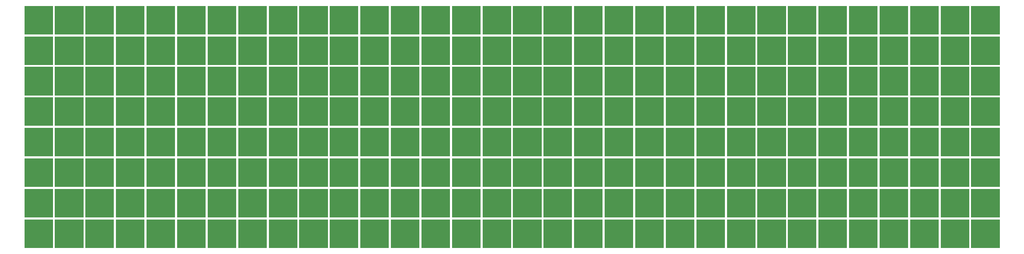
<source format=gts>
G04 #@! TF.GenerationSoftware,KiCad,Pcbnew,6.0.8+dfsg-1~bpo11+1*
G04 #@! TF.CreationDate,2023-03-24T18:54:49-04:00*
G04 #@! TF.ProjectId,captouch_sensor_interleaved_tight,63617074-6f75-4636-985f-73656e736f72,rev?*
G04 #@! TF.SameCoordinates,Original*
G04 #@! TF.FileFunction,Soldermask,Top*
G04 #@! TF.FilePolarity,Negative*
%FSLAX46Y46*%
G04 Gerber Fmt 4.6, Leading zero omitted, Abs format (unit mm)*
G04 Created by KiCad (PCBNEW 6.0.8+dfsg-1~bpo11+1) date 2023-03-24 18:54:49*
%MOMM*%
%LPD*%
G01*
G04 APERTURE LIST*
G04 APERTURE END LIST*
G36*
X123275000Y-68225000D02*
G01*
X128875000Y-68225000D01*
X128875000Y-73825000D01*
X123275000Y-73825000D01*
X123275000Y-68225000D01*
G37*
G36*
X219275000Y-62225000D02*
G01*
X224875000Y-62225000D01*
X224875000Y-67825000D01*
X219275000Y-67825000D01*
X219275000Y-62225000D01*
G37*
G36*
X135275000Y-62225000D02*
G01*
X140875000Y-62225000D01*
X140875000Y-67825000D01*
X135275000Y-67825000D01*
X135275000Y-62225000D01*
G37*
G36*
X243275000Y-68225000D02*
G01*
X248875000Y-68225000D01*
X248875000Y-73825000D01*
X243275000Y-73825000D01*
X243275000Y-68225000D01*
G37*
G36*
X195275000Y-68225000D02*
G01*
X200875000Y-68225000D01*
X200875000Y-73825000D01*
X195275000Y-73825000D01*
X195275000Y-68225000D01*
G37*
G36*
X171275000Y-80225000D02*
G01*
X176875000Y-80225000D01*
X176875000Y-85825000D01*
X171275000Y-85825000D01*
X171275000Y-80225000D01*
G37*
G36*
X189275000Y-92225000D02*
G01*
X194875000Y-92225000D01*
X194875000Y-97825000D01*
X189275000Y-97825000D01*
X189275000Y-92225000D01*
G37*
G36*
X225275000Y-62225000D02*
G01*
X230875000Y-62225000D01*
X230875000Y-67825000D01*
X225275000Y-67825000D01*
X225275000Y-62225000D01*
G37*
G36*
X63275000Y-68225000D02*
G01*
X68875000Y-68225000D01*
X68875000Y-73825000D01*
X63275000Y-73825000D01*
X63275000Y-68225000D01*
G37*
G36*
X75275000Y-68225000D02*
G01*
X80875000Y-68225000D01*
X80875000Y-73825000D01*
X75275000Y-73825000D01*
X75275000Y-68225000D01*
G37*
G36*
X105275000Y-62225000D02*
G01*
X110875000Y-62225000D01*
X110875000Y-67825000D01*
X105275000Y-67825000D01*
X105275000Y-62225000D01*
G37*
G36*
X135275000Y-92225000D02*
G01*
X140875000Y-92225000D01*
X140875000Y-97825000D01*
X135275000Y-97825000D01*
X135275000Y-92225000D01*
G37*
G36*
X165275000Y-86225000D02*
G01*
X170875000Y-86225000D01*
X170875000Y-91825000D01*
X165275000Y-91825000D01*
X165275000Y-86225000D01*
G37*
G36*
X93275000Y-74225000D02*
G01*
X98875000Y-74225000D01*
X98875000Y-79825000D01*
X93275000Y-79825000D01*
X93275000Y-74225000D01*
G37*
G36*
X183275000Y-92225000D02*
G01*
X188875000Y-92225000D01*
X188875000Y-97825000D01*
X183275000Y-97825000D01*
X183275000Y-92225000D01*
G37*
G36*
X171275000Y-86225000D02*
G01*
X176875000Y-86225000D01*
X176875000Y-91825000D01*
X171275000Y-91825000D01*
X171275000Y-86225000D01*
G37*
G36*
X177275000Y-98225000D02*
G01*
X182875000Y-98225000D01*
X182875000Y-103825000D01*
X177275000Y-103825000D01*
X177275000Y-98225000D01*
G37*
G36*
X63275000Y-80225000D02*
G01*
X68875000Y-80225000D01*
X68875000Y-85825000D01*
X63275000Y-85825000D01*
X63275000Y-80225000D01*
G37*
G36*
X159275000Y-80225000D02*
G01*
X164875000Y-80225000D01*
X164875000Y-85825000D01*
X159275000Y-85825000D01*
X159275000Y-80225000D01*
G37*
G36*
X225275000Y-92225000D02*
G01*
X230875000Y-92225000D01*
X230875000Y-97825000D01*
X225275000Y-97825000D01*
X225275000Y-92225000D01*
G37*
G36*
X141275000Y-74225000D02*
G01*
X146875000Y-74225000D01*
X146875000Y-79825000D01*
X141275000Y-79825000D01*
X141275000Y-74225000D01*
G37*
G36*
X99275000Y-98225000D02*
G01*
X104875000Y-98225000D01*
X104875000Y-103825000D01*
X99275000Y-103825000D01*
X99275000Y-98225000D01*
G37*
G36*
X117275000Y-68225000D02*
G01*
X122875000Y-68225000D01*
X122875000Y-73825000D01*
X117275000Y-73825000D01*
X117275000Y-68225000D01*
G37*
G36*
X111275000Y-80225000D02*
G01*
X116875000Y-80225000D01*
X116875000Y-85825000D01*
X111275000Y-85825000D01*
X111275000Y-80225000D01*
G37*
G36*
X117275000Y-92225000D02*
G01*
X122875000Y-92225000D01*
X122875000Y-97825000D01*
X117275000Y-97825000D01*
X117275000Y-92225000D01*
G37*
G36*
X105275000Y-80225000D02*
G01*
X110875000Y-80225000D01*
X110875000Y-85825000D01*
X105275000Y-85825000D01*
X105275000Y-80225000D01*
G37*
G36*
X213275000Y-86225000D02*
G01*
X218875000Y-86225000D01*
X218875000Y-91825000D01*
X213275000Y-91825000D01*
X213275000Y-86225000D01*
G37*
G36*
X189275000Y-62225000D02*
G01*
X194875000Y-62225000D01*
X194875000Y-67825000D01*
X189275000Y-67825000D01*
X189275000Y-62225000D01*
G37*
G36*
X225275000Y-74225000D02*
G01*
X230875000Y-74225000D01*
X230875000Y-79825000D01*
X225275000Y-79825000D01*
X225275000Y-74225000D01*
G37*
G36*
X93275000Y-80225000D02*
G01*
X98875000Y-80225000D01*
X98875000Y-85825000D01*
X93275000Y-85825000D01*
X93275000Y-80225000D01*
G37*
G36*
X117275000Y-86225000D02*
G01*
X122875000Y-86225000D01*
X122875000Y-91825000D01*
X117275000Y-91825000D01*
X117275000Y-86225000D01*
G37*
G36*
X249275000Y-92225000D02*
G01*
X254875000Y-92225000D01*
X254875000Y-97825000D01*
X249275000Y-97825000D01*
X249275000Y-92225000D01*
G37*
G36*
X159275000Y-86225000D02*
G01*
X164875000Y-86225000D01*
X164875000Y-91825000D01*
X159275000Y-91825000D01*
X159275000Y-86225000D01*
G37*
G36*
X93275000Y-62225000D02*
G01*
X98875000Y-62225000D01*
X98875000Y-67825000D01*
X93275000Y-67825000D01*
X93275000Y-62225000D01*
G37*
G36*
X231275000Y-92225000D02*
G01*
X236875000Y-92225000D01*
X236875000Y-97825000D01*
X231275000Y-97825000D01*
X231275000Y-92225000D01*
G37*
G36*
X183275000Y-80225000D02*
G01*
X188875000Y-80225000D01*
X188875000Y-85825000D01*
X183275000Y-85825000D01*
X183275000Y-80225000D01*
G37*
G36*
X135275000Y-86225000D02*
G01*
X140875000Y-86225000D01*
X140875000Y-91825000D01*
X135275000Y-91825000D01*
X135275000Y-86225000D01*
G37*
G36*
X75275000Y-98225000D02*
G01*
X80875000Y-98225000D01*
X80875000Y-103825000D01*
X75275000Y-103825000D01*
X75275000Y-98225000D01*
G37*
G36*
X129275000Y-74225000D02*
G01*
X134875000Y-74225000D01*
X134875000Y-79825000D01*
X129275000Y-79825000D01*
X129275000Y-74225000D01*
G37*
G36*
X141275000Y-80225000D02*
G01*
X146875000Y-80225000D01*
X146875000Y-85825000D01*
X141275000Y-85825000D01*
X141275000Y-80225000D01*
G37*
G36*
X117275000Y-98225000D02*
G01*
X122875000Y-98225000D01*
X122875000Y-103825000D01*
X117275000Y-103825000D01*
X117275000Y-98225000D01*
G37*
G36*
X105275000Y-68225000D02*
G01*
X110875000Y-68225000D01*
X110875000Y-73825000D01*
X105275000Y-73825000D01*
X105275000Y-68225000D01*
G37*
G36*
X207275000Y-56225000D02*
G01*
X212875000Y-56225000D01*
X212875000Y-61825000D01*
X207275000Y-61825000D01*
X207275000Y-56225000D01*
G37*
G36*
X231275000Y-56225000D02*
G01*
X236875000Y-56225000D01*
X236875000Y-61825000D01*
X231275000Y-61825000D01*
X231275000Y-56225000D01*
G37*
G36*
X225275000Y-80225000D02*
G01*
X230875000Y-80225000D01*
X230875000Y-85825000D01*
X225275000Y-85825000D01*
X225275000Y-80225000D01*
G37*
G36*
X153275000Y-80225000D02*
G01*
X158875000Y-80225000D01*
X158875000Y-85825000D01*
X153275000Y-85825000D01*
X153275000Y-80225000D01*
G37*
G36*
X129275000Y-56225000D02*
G01*
X134875000Y-56225000D01*
X134875000Y-61825000D01*
X129275000Y-61825000D01*
X129275000Y-56225000D01*
G37*
G36*
X207275000Y-80225000D02*
G01*
X212875000Y-80225000D01*
X212875000Y-85825000D01*
X207275000Y-85825000D01*
X207275000Y-80225000D01*
G37*
G36*
X75275000Y-62225000D02*
G01*
X80875000Y-62225000D01*
X80875000Y-67825000D01*
X75275000Y-67825000D01*
X75275000Y-62225000D01*
G37*
G36*
X171275000Y-98225000D02*
G01*
X176875000Y-98225000D01*
X176875000Y-103825000D01*
X171275000Y-103825000D01*
X171275000Y-98225000D01*
G37*
G36*
X231275000Y-62225000D02*
G01*
X236875000Y-62225000D01*
X236875000Y-67825000D01*
X231275000Y-67825000D01*
X231275000Y-62225000D01*
G37*
G36*
X243275000Y-80225000D02*
G01*
X248875000Y-80225000D01*
X248875000Y-85825000D01*
X243275000Y-85825000D01*
X243275000Y-80225000D01*
G37*
G36*
X99275000Y-80225000D02*
G01*
X104875000Y-80225000D01*
X104875000Y-85825000D01*
X99275000Y-85825000D01*
X99275000Y-80225000D01*
G37*
G36*
X123275000Y-86225000D02*
G01*
X128875000Y-86225000D01*
X128875000Y-91825000D01*
X123275000Y-91825000D01*
X123275000Y-86225000D01*
G37*
G36*
X81275000Y-92225000D02*
G01*
X86875000Y-92225000D01*
X86875000Y-97825000D01*
X81275000Y-97825000D01*
X81275000Y-92225000D01*
G37*
G36*
X231275000Y-68225000D02*
G01*
X236875000Y-68225000D01*
X236875000Y-73825000D01*
X231275000Y-73825000D01*
X231275000Y-68225000D01*
G37*
G36*
X117275000Y-62225000D02*
G01*
X122875000Y-62225000D01*
X122875000Y-67825000D01*
X117275000Y-67825000D01*
X117275000Y-62225000D01*
G37*
G36*
X207275000Y-98225000D02*
G01*
X212875000Y-98225000D01*
X212875000Y-103825000D01*
X207275000Y-103825000D01*
X207275000Y-98225000D01*
G37*
G36*
X231275000Y-98225000D02*
G01*
X236875000Y-98225000D01*
X236875000Y-103825000D01*
X231275000Y-103825000D01*
X231275000Y-98225000D01*
G37*
G36*
X147275000Y-68225000D02*
G01*
X152875000Y-68225000D01*
X152875000Y-73825000D01*
X147275000Y-73825000D01*
X147275000Y-68225000D01*
G37*
G36*
X201275000Y-74225000D02*
G01*
X206875000Y-74225000D01*
X206875000Y-79825000D01*
X201275000Y-79825000D01*
X201275000Y-74225000D01*
G37*
G36*
X81275000Y-62225000D02*
G01*
X86875000Y-62225000D01*
X86875000Y-67825000D01*
X81275000Y-67825000D01*
X81275000Y-62225000D01*
G37*
G36*
X147275000Y-56225000D02*
G01*
X152875000Y-56225000D01*
X152875000Y-61825000D01*
X147275000Y-61825000D01*
X147275000Y-56225000D01*
G37*
G36*
X69275000Y-62225000D02*
G01*
X74875000Y-62225000D01*
X74875000Y-67825000D01*
X69275000Y-67825000D01*
X69275000Y-62225000D01*
G37*
G36*
X153275000Y-74225000D02*
G01*
X158875000Y-74225000D01*
X158875000Y-79825000D01*
X153275000Y-79825000D01*
X153275000Y-74225000D01*
G37*
G36*
X147275000Y-74225000D02*
G01*
X152875000Y-74225000D01*
X152875000Y-79825000D01*
X147275000Y-79825000D01*
X147275000Y-74225000D01*
G37*
G36*
X195275000Y-86225000D02*
G01*
X200875000Y-86225000D01*
X200875000Y-91825000D01*
X195275000Y-91825000D01*
X195275000Y-86225000D01*
G37*
G36*
X81275000Y-98225000D02*
G01*
X86875000Y-98225000D01*
X86875000Y-103825000D01*
X81275000Y-103825000D01*
X81275000Y-98225000D01*
G37*
G36*
X75275000Y-56225000D02*
G01*
X80875000Y-56225000D01*
X80875000Y-61825000D01*
X75275000Y-61825000D01*
X75275000Y-56225000D01*
G37*
G36*
X135275000Y-80225000D02*
G01*
X140875000Y-80225000D01*
X140875000Y-85825000D01*
X135275000Y-85825000D01*
X135275000Y-80225000D01*
G37*
G36*
X87275000Y-92225000D02*
G01*
X92875000Y-92225000D01*
X92875000Y-97825000D01*
X87275000Y-97825000D01*
X87275000Y-92225000D01*
G37*
G36*
X207275000Y-74225000D02*
G01*
X212875000Y-74225000D01*
X212875000Y-79825000D01*
X207275000Y-79825000D01*
X207275000Y-74225000D01*
G37*
G36*
X201275000Y-68225000D02*
G01*
X206875000Y-68225000D01*
X206875000Y-73825000D01*
X201275000Y-73825000D01*
X201275000Y-68225000D01*
G37*
G36*
X237275000Y-92225000D02*
G01*
X242875000Y-92225000D01*
X242875000Y-97825000D01*
X237275000Y-97825000D01*
X237275000Y-92225000D01*
G37*
G36*
X189275000Y-86225000D02*
G01*
X194875000Y-86225000D01*
X194875000Y-91825000D01*
X189275000Y-91825000D01*
X189275000Y-86225000D01*
G37*
G36*
X141275000Y-68225000D02*
G01*
X146875000Y-68225000D01*
X146875000Y-73825000D01*
X141275000Y-73825000D01*
X141275000Y-68225000D01*
G37*
G36*
X195275000Y-80225000D02*
G01*
X200875000Y-80225000D01*
X200875000Y-85825000D01*
X195275000Y-85825000D01*
X195275000Y-80225000D01*
G37*
G36*
X237275000Y-62225000D02*
G01*
X242875000Y-62225000D01*
X242875000Y-67825000D01*
X237275000Y-67825000D01*
X237275000Y-62225000D01*
G37*
G36*
X243275000Y-86225000D02*
G01*
X248875000Y-86225000D01*
X248875000Y-91825000D01*
X243275000Y-91825000D01*
X243275000Y-86225000D01*
G37*
G36*
X213275000Y-56225000D02*
G01*
X218875000Y-56225000D01*
X218875000Y-61825000D01*
X213275000Y-61825000D01*
X213275000Y-56225000D01*
G37*
G36*
X183275000Y-62225000D02*
G01*
X188875000Y-62225000D01*
X188875000Y-67825000D01*
X183275000Y-67825000D01*
X183275000Y-62225000D01*
G37*
G36*
X81275000Y-86225000D02*
G01*
X86875000Y-86225000D01*
X86875000Y-91825000D01*
X81275000Y-91825000D01*
X81275000Y-86225000D01*
G37*
G36*
X69275000Y-68225000D02*
G01*
X74875000Y-68225000D01*
X74875000Y-73825000D01*
X69275000Y-73825000D01*
X69275000Y-68225000D01*
G37*
G36*
X141275000Y-92225000D02*
G01*
X146875000Y-92225000D01*
X146875000Y-97825000D01*
X141275000Y-97825000D01*
X141275000Y-92225000D01*
G37*
G36*
X189275000Y-74225000D02*
G01*
X194875000Y-74225000D01*
X194875000Y-79825000D01*
X189275000Y-79825000D01*
X189275000Y-74225000D01*
G37*
G36*
X105275000Y-98225000D02*
G01*
X110875000Y-98225000D01*
X110875000Y-103825000D01*
X105275000Y-103825000D01*
X105275000Y-98225000D01*
G37*
G36*
X249275000Y-74225000D02*
G01*
X254875000Y-74225000D01*
X254875000Y-79825000D01*
X249275000Y-79825000D01*
X249275000Y-74225000D01*
G37*
G36*
X111275000Y-98225000D02*
G01*
X116875000Y-98225000D01*
X116875000Y-103825000D01*
X111275000Y-103825000D01*
X111275000Y-98225000D01*
G37*
G36*
X111275000Y-92225000D02*
G01*
X116875000Y-92225000D01*
X116875000Y-97825000D01*
X111275000Y-97825000D01*
X111275000Y-92225000D01*
G37*
G36*
X129275000Y-86225000D02*
G01*
X134875000Y-86225000D01*
X134875000Y-91825000D01*
X129275000Y-91825000D01*
X129275000Y-86225000D01*
G37*
G36*
X195275000Y-74225000D02*
G01*
X200875000Y-74225000D01*
X200875000Y-79825000D01*
X195275000Y-79825000D01*
X195275000Y-74225000D01*
G37*
G36*
X99275000Y-92225000D02*
G01*
X104875000Y-92225000D01*
X104875000Y-97825000D01*
X99275000Y-97825000D01*
X99275000Y-92225000D01*
G37*
G36*
X171275000Y-68225000D02*
G01*
X176875000Y-68225000D01*
X176875000Y-73825000D01*
X171275000Y-73825000D01*
X171275000Y-68225000D01*
G37*
G36*
X93275000Y-68225000D02*
G01*
X98875000Y-68225000D01*
X98875000Y-73825000D01*
X93275000Y-73825000D01*
X93275000Y-68225000D01*
G37*
G36*
X141275000Y-86225000D02*
G01*
X146875000Y-86225000D01*
X146875000Y-91825000D01*
X141275000Y-91825000D01*
X141275000Y-86225000D01*
G37*
G36*
X159275000Y-56225000D02*
G01*
X164875000Y-56225000D01*
X164875000Y-61825000D01*
X159275000Y-61825000D01*
X159275000Y-56225000D01*
G37*
G36*
X249275000Y-68225000D02*
G01*
X254875000Y-68225000D01*
X254875000Y-73825000D01*
X249275000Y-73825000D01*
X249275000Y-68225000D01*
G37*
G36*
X123275000Y-56225000D02*
G01*
X128875000Y-56225000D01*
X128875000Y-61825000D01*
X123275000Y-61825000D01*
X123275000Y-56225000D01*
G37*
G36*
X93275000Y-86225000D02*
G01*
X98875000Y-86225000D01*
X98875000Y-91825000D01*
X93275000Y-91825000D01*
X93275000Y-86225000D01*
G37*
G36*
X63275000Y-62225000D02*
G01*
X68875000Y-62225000D01*
X68875000Y-67825000D01*
X63275000Y-67825000D01*
X63275000Y-62225000D01*
G37*
G36*
X195275000Y-98225000D02*
G01*
X200875000Y-98225000D01*
X200875000Y-103825000D01*
X195275000Y-103825000D01*
X195275000Y-98225000D01*
G37*
G36*
X177275000Y-56225000D02*
G01*
X182875000Y-56225000D01*
X182875000Y-61825000D01*
X177275000Y-61825000D01*
X177275000Y-56225000D01*
G37*
G36*
X75275000Y-92225000D02*
G01*
X80875000Y-92225000D01*
X80875000Y-97825000D01*
X75275000Y-97825000D01*
X75275000Y-92225000D01*
G37*
G36*
X105275000Y-92225000D02*
G01*
X110875000Y-92225000D01*
X110875000Y-97825000D01*
X105275000Y-97825000D01*
X105275000Y-92225000D01*
G37*
G36*
X177275000Y-62225000D02*
G01*
X182875000Y-62225000D01*
X182875000Y-67825000D01*
X177275000Y-67825000D01*
X177275000Y-62225000D01*
G37*
G36*
X219275000Y-80225000D02*
G01*
X224875000Y-80225000D01*
X224875000Y-85825000D01*
X219275000Y-85825000D01*
X219275000Y-80225000D01*
G37*
G36*
X165275000Y-56225000D02*
G01*
X170875000Y-56225000D01*
X170875000Y-61825000D01*
X165275000Y-61825000D01*
X165275000Y-56225000D01*
G37*
G36*
X69275000Y-80225000D02*
G01*
X74875000Y-80225000D01*
X74875000Y-85825000D01*
X69275000Y-85825000D01*
X69275000Y-80225000D01*
G37*
G36*
X201275000Y-80225000D02*
G01*
X206875000Y-80225000D01*
X206875000Y-85825000D01*
X201275000Y-85825000D01*
X201275000Y-80225000D01*
G37*
G36*
X147275000Y-98225000D02*
G01*
X152875000Y-98225000D01*
X152875000Y-103825000D01*
X147275000Y-103825000D01*
X147275000Y-98225000D01*
G37*
G36*
X219275000Y-68225000D02*
G01*
X224875000Y-68225000D01*
X224875000Y-73825000D01*
X219275000Y-73825000D01*
X219275000Y-68225000D01*
G37*
G36*
X63275000Y-86225000D02*
G01*
X68875000Y-86225000D01*
X68875000Y-91825000D01*
X63275000Y-91825000D01*
X63275000Y-86225000D01*
G37*
G36*
X231275000Y-74225000D02*
G01*
X236875000Y-74225000D01*
X236875000Y-79825000D01*
X231275000Y-79825000D01*
X231275000Y-74225000D01*
G37*
G36*
X237275000Y-68225000D02*
G01*
X242875000Y-68225000D01*
X242875000Y-73825000D01*
X237275000Y-73825000D01*
X237275000Y-68225000D01*
G37*
G36*
X63275000Y-92225000D02*
G01*
X68875000Y-92225000D01*
X68875000Y-97825000D01*
X63275000Y-97825000D01*
X63275000Y-92225000D01*
G37*
G36*
X213275000Y-92225000D02*
G01*
X218875000Y-92225000D01*
X218875000Y-97825000D01*
X213275000Y-97825000D01*
X213275000Y-92225000D01*
G37*
G36*
X171275000Y-56225000D02*
G01*
X176875000Y-56225000D01*
X176875000Y-61825000D01*
X171275000Y-61825000D01*
X171275000Y-56225000D01*
G37*
G36*
X225275000Y-98225000D02*
G01*
X230875000Y-98225000D01*
X230875000Y-103825000D01*
X225275000Y-103825000D01*
X225275000Y-98225000D01*
G37*
G36*
X111275000Y-68225000D02*
G01*
X116875000Y-68225000D01*
X116875000Y-73825000D01*
X111275000Y-73825000D01*
X111275000Y-68225000D01*
G37*
G36*
X69275000Y-74225000D02*
G01*
X74875000Y-74225000D01*
X74875000Y-79825000D01*
X69275000Y-79825000D01*
X69275000Y-74225000D01*
G37*
G36*
X177275000Y-68225000D02*
G01*
X182875000Y-68225000D01*
X182875000Y-73825000D01*
X177275000Y-73825000D01*
X177275000Y-68225000D01*
G37*
G36*
X105275000Y-56225000D02*
G01*
X110875000Y-56225000D01*
X110875000Y-61825000D01*
X105275000Y-61825000D01*
X105275000Y-56225000D01*
G37*
G36*
X243275000Y-98225000D02*
G01*
X248875000Y-98225000D01*
X248875000Y-103825000D01*
X243275000Y-103825000D01*
X243275000Y-98225000D01*
G37*
G36*
X231275000Y-80225000D02*
G01*
X236875000Y-80225000D01*
X236875000Y-85825000D01*
X231275000Y-85825000D01*
X231275000Y-80225000D01*
G37*
G36*
X225275000Y-68225000D02*
G01*
X230875000Y-68225000D01*
X230875000Y-73825000D01*
X225275000Y-73825000D01*
X225275000Y-68225000D01*
G37*
G36*
X141275000Y-56225000D02*
G01*
X146875000Y-56225000D01*
X146875000Y-61825000D01*
X141275000Y-61825000D01*
X141275000Y-56225000D01*
G37*
G36*
X243275000Y-74225000D02*
G01*
X248875000Y-74225000D01*
X248875000Y-79825000D01*
X243275000Y-79825000D01*
X243275000Y-74225000D01*
G37*
G36*
X147275000Y-92225000D02*
G01*
X152875000Y-92225000D01*
X152875000Y-97825000D01*
X147275000Y-97825000D01*
X147275000Y-92225000D01*
G37*
G36*
X201275000Y-86225000D02*
G01*
X206875000Y-86225000D01*
X206875000Y-91825000D01*
X201275000Y-91825000D01*
X201275000Y-86225000D01*
G37*
G36*
X219275000Y-56225000D02*
G01*
X224875000Y-56225000D01*
X224875000Y-61825000D01*
X219275000Y-61825000D01*
X219275000Y-56225000D01*
G37*
G36*
X87275000Y-98225000D02*
G01*
X92875000Y-98225000D01*
X92875000Y-103825000D01*
X87275000Y-103825000D01*
X87275000Y-98225000D01*
G37*
G36*
X87275000Y-74225000D02*
G01*
X92875000Y-74225000D01*
X92875000Y-79825000D01*
X87275000Y-79825000D01*
X87275000Y-74225000D01*
G37*
G36*
X69275000Y-56225000D02*
G01*
X74875000Y-56225000D01*
X74875000Y-61825000D01*
X69275000Y-61825000D01*
X69275000Y-56225000D01*
G37*
G36*
X183275000Y-68225000D02*
G01*
X188875000Y-68225000D01*
X188875000Y-73825000D01*
X183275000Y-73825000D01*
X183275000Y-68225000D01*
G37*
G36*
X99275000Y-56225000D02*
G01*
X104875000Y-56225000D01*
X104875000Y-61825000D01*
X99275000Y-61825000D01*
X99275000Y-56225000D01*
G37*
G36*
X189275000Y-98225000D02*
G01*
X194875000Y-98225000D01*
X194875000Y-103825000D01*
X189275000Y-103825000D01*
X189275000Y-98225000D01*
G37*
G36*
X237275000Y-74225000D02*
G01*
X242875000Y-74225000D01*
X242875000Y-79825000D01*
X237275000Y-79825000D01*
X237275000Y-74225000D01*
G37*
G36*
X111275000Y-74225000D02*
G01*
X116875000Y-74225000D01*
X116875000Y-79825000D01*
X111275000Y-79825000D01*
X111275000Y-74225000D01*
G37*
G36*
X207275000Y-68225000D02*
G01*
X212875000Y-68225000D01*
X212875000Y-73825000D01*
X207275000Y-73825000D01*
X207275000Y-68225000D01*
G37*
G36*
X147275000Y-86225000D02*
G01*
X152875000Y-86225000D01*
X152875000Y-91825000D01*
X147275000Y-91825000D01*
X147275000Y-86225000D01*
G37*
G36*
X237275000Y-98225000D02*
G01*
X242875000Y-98225000D01*
X242875000Y-103825000D01*
X237275000Y-103825000D01*
X237275000Y-98225000D01*
G37*
G36*
X195275000Y-62225000D02*
G01*
X200875000Y-62225000D01*
X200875000Y-67825000D01*
X195275000Y-67825000D01*
X195275000Y-62225000D01*
G37*
G36*
X153275000Y-92225000D02*
G01*
X158875000Y-92225000D01*
X158875000Y-97825000D01*
X153275000Y-97825000D01*
X153275000Y-92225000D01*
G37*
G36*
X159275000Y-62225000D02*
G01*
X164875000Y-62225000D01*
X164875000Y-67825000D01*
X159275000Y-67825000D01*
X159275000Y-62225000D01*
G37*
G36*
X237275000Y-86225000D02*
G01*
X242875000Y-86225000D01*
X242875000Y-91825000D01*
X237275000Y-91825000D01*
X237275000Y-86225000D01*
G37*
G36*
X99275000Y-68225000D02*
G01*
X104875000Y-68225000D01*
X104875000Y-73825000D01*
X99275000Y-73825000D01*
X99275000Y-68225000D01*
G37*
G36*
X87275000Y-80225000D02*
G01*
X92875000Y-80225000D01*
X92875000Y-85825000D01*
X87275000Y-85825000D01*
X87275000Y-80225000D01*
G37*
G36*
X99275000Y-62225000D02*
G01*
X104875000Y-62225000D01*
X104875000Y-67825000D01*
X99275000Y-67825000D01*
X99275000Y-62225000D01*
G37*
G36*
X201275000Y-98225000D02*
G01*
X206875000Y-98225000D01*
X206875000Y-103825000D01*
X201275000Y-103825000D01*
X201275000Y-98225000D01*
G37*
G36*
X225275000Y-86225000D02*
G01*
X230875000Y-86225000D01*
X230875000Y-91825000D01*
X225275000Y-91825000D01*
X225275000Y-86225000D01*
G37*
G36*
X111275000Y-62225000D02*
G01*
X116875000Y-62225000D01*
X116875000Y-67825000D01*
X111275000Y-67825000D01*
X111275000Y-62225000D01*
G37*
G36*
X99275000Y-74225000D02*
G01*
X104875000Y-74225000D01*
X104875000Y-79825000D01*
X99275000Y-79825000D01*
X99275000Y-74225000D01*
G37*
G36*
X123275000Y-62225000D02*
G01*
X128875000Y-62225000D01*
X128875000Y-67825000D01*
X123275000Y-67825000D01*
X123275000Y-62225000D01*
G37*
G36*
X213275000Y-80225000D02*
G01*
X218875000Y-80225000D01*
X218875000Y-85825000D01*
X213275000Y-85825000D01*
X213275000Y-80225000D01*
G37*
G36*
X159275000Y-68225000D02*
G01*
X164875000Y-68225000D01*
X164875000Y-73825000D01*
X159275000Y-73825000D01*
X159275000Y-68225000D01*
G37*
G36*
X213275000Y-62225000D02*
G01*
X218875000Y-62225000D01*
X218875000Y-67825000D01*
X213275000Y-67825000D01*
X213275000Y-62225000D01*
G37*
G36*
X75275000Y-80225000D02*
G01*
X80875000Y-80225000D01*
X80875000Y-85825000D01*
X75275000Y-85825000D01*
X75275000Y-80225000D01*
G37*
G36*
X165275000Y-92225000D02*
G01*
X170875000Y-92225000D01*
X170875000Y-97825000D01*
X165275000Y-97825000D01*
X165275000Y-92225000D01*
G37*
G36*
X207275000Y-62225000D02*
G01*
X212875000Y-62225000D01*
X212875000Y-67825000D01*
X207275000Y-67825000D01*
X207275000Y-62225000D01*
G37*
G36*
X177275000Y-92225000D02*
G01*
X182875000Y-92225000D01*
X182875000Y-97825000D01*
X177275000Y-97825000D01*
X177275000Y-92225000D01*
G37*
G36*
X93275000Y-98225000D02*
G01*
X98875000Y-98225000D01*
X98875000Y-103825000D01*
X93275000Y-103825000D01*
X93275000Y-98225000D01*
G37*
G36*
X249275000Y-98225000D02*
G01*
X254875000Y-98225000D01*
X254875000Y-103825000D01*
X249275000Y-103825000D01*
X249275000Y-98225000D01*
G37*
G36*
X87275000Y-68225000D02*
G01*
X92875000Y-68225000D01*
X92875000Y-73825000D01*
X87275000Y-73825000D01*
X87275000Y-68225000D01*
G37*
G36*
X213275000Y-98225000D02*
G01*
X218875000Y-98225000D01*
X218875000Y-103825000D01*
X213275000Y-103825000D01*
X213275000Y-98225000D01*
G37*
G36*
X249275000Y-56225000D02*
G01*
X254875000Y-56225000D01*
X254875000Y-61825000D01*
X249275000Y-61825000D01*
X249275000Y-56225000D01*
G37*
G36*
X249275000Y-62225000D02*
G01*
X254875000Y-62225000D01*
X254875000Y-67825000D01*
X249275000Y-67825000D01*
X249275000Y-62225000D01*
G37*
G36*
X81275000Y-68225000D02*
G01*
X86875000Y-68225000D01*
X86875000Y-73825000D01*
X81275000Y-73825000D01*
X81275000Y-68225000D01*
G37*
G36*
X237275000Y-80225000D02*
G01*
X242875000Y-80225000D01*
X242875000Y-85825000D01*
X237275000Y-85825000D01*
X237275000Y-80225000D01*
G37*
G36*
X129275000Y-68225000D02*
G01*
X134875000Y-68225000D01*
X134875000Y-73825000D01*
X129275000Y-73825000D01*
X129275000Y-68225000D01*
G37*
G36*
X147275000Y-80225000D02*
G01*
X152875000Y-80225000D01*
X152875000Y-85825000D01*
X147275000Y-85825000D01*
X147275000Y-80225000D01*
G37*
G36*
X189275000Y-68225000D02*
G01*
X194875000Y-68225000D01*
X194875000Y-73825000D01*
X189275000Y-73825000D01*
X189275000Y-68225000D01*
G37*
G36*
X219275000Y-86225000D02*
G01*
X224875000Y-86225000D01*
X224875000Y-91825000D01*
X219275000Y-91825000D01*
X219275000Y-86225000D01*
G37*
G36*
X219275000Y-74225000D02*
G01*
X224875000Y-74225000D01*
X224875000Y-79825000D01*
X219275000Y-79825000D01*
X219275000Y-74225000D01*
G37*
G36*
X87275000Y-62225000D02*
G01*
X92875000Y-62225000D01*
X92875000Y-67825000D01*
X87275000Y-67825000D01*
X87275000Y-62225000D01*
G37*
G36*
X135275000Y-56225000D02*
G01*
X140875000Y-56225000D01*
X140875000Y-61825000D01*
X135275000Y-61825000D01*
X135275000Y-56225000D01*
G37*
G36*
X153275000Y-62225000D02*
G01*
X158875000Y-62225000D01*
X158875000Y-67825000D01*
X153275000Y-67825000D01*
X153275000Y-62225000D01*
G37*
G36*
X195275000Y-56225000D02*
G01*
X200875000Y-56225000D01*
X200875000Y-61825000D01*
X195275000Y-61825000D01*
X195275000Y-56225000D01*
G37*
G36*
X63275000Y-74225000D02*
G01*
X68875000Y-74225000D01*
X68875000Y-79825000D01*
X63275000Y-79825000D01*
X63275000Y-74225000D01*
G37*
G36*
X171275000Y-62225000D02*
G01*
X176875000Y-62225000D01*
X176875000Y-67825000D01*
X171275000Y-67825000D01*
X171275000Y-62225000D01*
G37*
G36*
X141275000Y-98225000D02*
G01*
X146875000Y-98225000D01*
X146875000Y-103825000D01*
X141275000Y-103825000D01*
X141275000Y-98225000D01*
G37*
G36*
X141275000Y-62225000D02*
G01*
X146875000Y-62225000D01*
X146875000Y-67825000D01*
X141275000Y-67825000D01*
X141275000Y-62225000D01*
G37*
G36*
X183275000Y-98225000D02*
G01*
X188875000Y-98225000D01*
X188875000Y-103825000D01*
X183275000Y-103825000D01*
X183275000Y-98225000D01*
G37*
G36*
X153275000Y-56225000D02*
G01*
X158875000Y-56225000D01*
X158875000Y-61825000D01*
X153275000Y-61825000D01*
X153275000Y-56225000D01*
G37*
G36*
X135275000Y-98225000D02*
G01*
X140875000Y-98225000D01*
X140875000Y-103825000D01*
X135275000Y-103825000D01*
X135275000Y-98225000D01*
G37*
G36*
X177275000Y-86225000D02*
G01*
X182875000Y-86225000D01*
X182875000Y-91825000D01*
X177275000Y-91825000D01*
X177275000Y-86225000D01*
G37*
G36*
X153275000Y-86225000D02*
G01*
X158875000Y-86225000D01*
X158875000Y-91825000D01*
X153275000Y-91825000D01*
X153275000Y-86225000D01*
G37*
G36*
X111275000Y-56225000D02*
G01*
X116875000Y-56225000D01*
X116875000Y-61825000D01*
X111275000Y-61825000D01*
X111275000Y-56225000D01*
G37*
G36*
X69275000Y-98225000D02*
G01*
X74875000Y-98225000D01*
X74875000Y-103825000D01*
X69275000Y-103825000D01*
X69275000Y-98225000D01*
G37*
G36*
X201275000Y-56225000D02*
G01*
X206875000Y-56225000D01*
X206875000Y-61825000D01*
X201275000Y-61825000D01*
X201275000Y-56225000D01*
G37*
G36*
X219275000Y-92225000D02*
G01*
X224875000Y-92225000D01*
X224875000Y-97825000D01*
X219275000Y-97825000D01*
X219275000Y-92225000D01*
G37*
G36*
X159275000Y-98225000D02*
G01*
X164875000Y-98225000D01*
X164875000Y-103825000D01*
X159275000Y-103825000D01*
X159275000Y-98225000D01*
G37*
G36*
X213275000Y-74225000D02*
G01*
X218875000Y-74225000D01*
X218875000Y-79825000D01*
X213275000Y-79825000D01*
X213275000Y-74225000D01*
G37*
G36*
X93275000Y-92225000D02*
G01*
X98875000Y-92225000D01*
X98875000Y-97825000D01*
X93275000Y-97825000D01*
X93275000Y-92225000D01*
G37*
G36*
X117275000Y-74225000D02*
G01*
X122875000Y-74225000D01*
X122875000Y-79825000D01*
X117275000Y-79825000D01*
X117275000Y-74225000D01*
G37*
G36*
X117275000Y-80225000D02*
G01*
X122875000Y-80225000D01*
X122875000Y-85825000D01*
X117275000Y-85825000D01*
X117275000Y-80225000D01*
G37*
G36*
X93275000Y-56225000D02*
G01*
X98875000Y-56225000D01*
X98875000Y-61825000D01*
X93275000Y-61825000D01*
X93275000Y-56225000D01*
G37*
G36*
X231275000Y-86225000D02*
G01*
X236875000Y-86225000D01*
X236875000Y-91825000D01*
X231275000Y-91825000D01*
X231275000Y-86225000D01*
G37*
G36*
X147275000Y-62225000D02*
G01*
X152875000Y-62225000D01*
X152875000Y-67825000D01*
X147275000Y-67825000D01*
X147275000Y-62225000D01*
G37*
G36*
X213275000Y-68225000D02*
G01*
X218875000Y-68225000D01*
X218875000Y-73825000D01*
X213275000Y-73825000D01*
X213275000Y-68225000D01*
G37*
G36*
X123275000Y-74225000D02*
G01*
X128875000Y-74225000D01*
X128875000Y-79825000D01*
X123275000Y-79825000D01*
X123275000Y-74225000D01*
G37*
G36*
X81275000Y-80225000D02*
G01*
X86875000Y-80225000D01*
X86875000Y-85825000D01*
X81275000Y-85825000D01*
X81275000Y-80225000D01*
G37*
G36*
X237275000Y-56225000D02*
G01*
X242875000Y-56225000D01*
X242875000Y-61825000D01*
X237275000Y-61825000D01*
X237275000Y-56225000D01*
G37*
G36*
X183275000Y-74225000D02*
G01*
X188875000Y-74225000D01*
X188875000Y-79825000D01*
X183275000Y-79825000D01*
X183275000Y-74225000D01*
G37*
G36*
X219275000Y-98225000D02*
G01*
X224875000Y-98225000D01*
X224875000Y-103825000D01*
X219275000Y-103825000D01*
X219275000Y-98225000D01*
G37*
G36*
X153275000Y-98225000D02*
G01*
X158875000Y-98225000D01*
X158875000Y-103825000D01*
X153275000Y-103825000D01*
X153275000Y-98225000D01*
G37*
G36*
X105275000Y-74225000D02*
G01*
X110875000Y-74225000D01*
X110875000Y-79825000D01*
X105275000Y-79825000D01*
X105275000Y-74225000D01*
G37*
G36*
X99275000Y-86225000D02*
G01*
X104875000Y-86225000D01*
X104875000Y-91825000D01*
X99275000Y-91825000D01*
X99275000Y-86225000D01*
G37*
G36*
X207275000Y-92225000D02*
G01*
X212875000Y-92225000D01*
X212875000Y-97825000D01*
X207275000Y-97825000D01*
X207275000Y-92225000D01*
G37*
G36*
X129275000Y-62225000D02*
G01*
X134875000Y-62225000D01*
X134875000Y-67825000D01*
X129275000Y-67825000D01*
X129275000Y-62225000D01*
G37*
G36*
X69275000Y-86225000D02*
G01*
X74875000Y-86225000D01*
X74875000Y-91825000D01*
X69275000Y-91825000D01*
X69275000Y-86225000D01*
G37*
G36*
X165275000Y-62225000D02*
G01*
X170875000Y-62225000D01*
X170875000Y-67825000D01*
X165275000Y-67825000D01*
X165275000Y-62225000D01*
G37*
G36*
X111275000Y-86225000D02*
G01*
X116875000Y-86225000D01*
X116875000Y-91825000D01*
X111275000Y-91825000D01*
X111275000Y-86225000D01*
G37*
G36*
X63275000Y-56225000D02*
G01*
X68875000Y-56225000D01*
X68875000Y-61825000D01*
X63275000Y-61825000D01*
X63275000Y-56225000D01*
G37*
G36*
X165275000Y-98225000D02*
G01*
X170875000Y-98225000D01*
X170875000Y-103825000D01*
X165275000Y-103825000D01*
X165275000Y-98225000D01*
G37*
G36*
X165275000Y-80225000D02*
G01*
X170875000Y-80225000D01*
X170875000Y-85825000D01*
X165275000Y-85825000D01*
X165275000Y-80225000D01*
G37*
G36*
X165275000Y-68225000D02*
G01*
X170875000Y-68225000D01*
X170875000Y-73825000D01*
X165275000Y-73825000D01*
X165275000Y-68225000D01*
G37*
G36*
X171275000Y-74225000D02*
G01*
X176875000Y-74225000D01*
X176875000Y-79825000D01*
X171275000Y-79825000D01*
X171275000Y-74225000D01*
G37*
G36*
X243275000Y-92225000D02*
G01*
X248875000Y-92225000D01*
X248875000Y-97825000D01*
X243275000Y-97825000D01*
X243275000Y-92225000D01*
G37*
G36*
X249275000Y-80225000D02*
G01*
X254875000Y-80225000D01*
X254875000Y-85825000D01*
X249275000Y-85825000D01*
X249275000Y-80225000D01*
G37*
G36*
X105275000Y-86225000D02*
G01*
X110875000Y-86225000D01*
X110875000Y-91825000D01*
X105275000Y-91825000D01*
X105275000Y-86225000D01*
G37*
G36*
X135275000Y-74225000D02*
G01*
X140875000Y-74225000D01*
X140875000Y-79825000D01*
X135275000Y-79825000D01*
X135275000Y-74225000D01*
G37*
G36*
X243275000Y-62225000D02*
G01*
X248875000Y-62225000D01*
X248875000Y-67825000D01*
X243275000Y-67825000D01*
X243275000Y-62225000D01*
G37*
G36*
X159275000Y-74225000D02*
G01*
X164875000Y-74225000D01*
X164875000Y-79825000D01*
X159275000Y-79825000D01*
X159275000Y-74225000D01*
G37*
G36*
X75275000Y-74225000D02*
G01*
X80875000Y-74225000D01*
X80875000Y-79825000D01*
X75275000Y-79825000D01*
X75275000Y-74225000D01*
G37*
G36*
X177275000Y-74225000D02*
G01*
X182875000Y-74225000D01*
X182875000Y-79825000D01*
X177275000Y-79825000D01*
X177275000Y-74225000D01*
G37*
G36*
X171275000Y-92225000D02*
G01*
X176875000Y-92225000D01*
X176875000Y-97825000D01*
X171275000Y-97825000D01*
X171275000Y-92225000D01*
G37*
G36*
X81275000Y-56225000D02*
G01*
X86875000Y-56225000D01*
X86875000Y-61825000D01*
X81275000Y-61825000D01*
X81275000Y-56225000D01*
G37*
G36*
X177275000Y-80225000D02*
G01*
X182875000Y-80225000D01*
X182875000Y-85825000D01*
X177275000Y-85825000D01*
X177275000Y-80225000D01*
G37*
G36*
X243275000Y-56225000D02*
G01*
X248875000Y-56225000D01*
X248875000Y-61825000D01*
X243275000Y-61825000D01*
X243275000Y-56225000D01*
G37*
G36*
X87275000Y-86225000D02*
G01*
X92875000Y-86225000D01*
X92875000Y-91825000D01*
X87275000Y-91825000D01*
X87275000Y-86225000D01*
G37*
G36*
X129275000Y-80225000D02*
G01*
X134875000Y-80225000D01*
X134875000Y-85825000D01*
X129275000Y-85825000D01*
X129275000Y-80225000D01*
G37*
G36*
X183275000Y-86225000D02*
G01*
X188875000Y-86225000D01*
X188875000Y-91825000D01*
X183275000Y-91825000D01*
X183275000Y-86225000D01*
G37*
G36*
X153275000Y-68225000D02*
G01*
X158875000Y-68225000D01*
X158875000Y-73825000D01*
X153275000Y-73825000D01*
X153275000Y-68225000D01*
G37*
G36*
X81275000Y-74225000D02*
G01*
X86875000Y-74225000D01*
X86875000Y-79825000D01*
X81275000Y-79825000D01*
X81275000Y-74225000D01*
G37*
G36*
X123275000Y-80225000D02*
G01*
X128875000Y-80225000D01*
X128875000Y-85825000D01*
X123275000Y-85825000D01*
X123275000Y-80225000D01*
G37*
G36*
X201275000Y-62225000D02*
G01*
X206875000Y-62225000D01*
X206875000Y-67825000D01*
X201275000Y-67825000D01*
X201275000Y-62225000D01*
G37*
G36*
X117275000Y-56225000D02*
G01*
X122875000Y-56225000D01*
X122875000Y-61825000D01*
X117275000Y-61825000D01*
X117275000Y-56225000D01*
G37*
G36*
X201275000Y-92225000D02*
G01*
X206875000Y-92225000D01*
X206875000Y-97825000D01*
X201275000Y-97825000D01*
X201275000Y-92225000D01*
G37*
G36*
X123275000Y-98225000D02*
G01*
X128875000Y-98225000D01*
X128875000Y-103825000D01*
X123275000Y-103825000D01*
X123275000Y-98225000D01*
G37*
G36*
X189275000Y-80225000D02*
G01*
X194875000Y-80225000D01*
X194875000Y-85825000D01*
X189275000Y-85825000D01*
X189275000Y-80225000D01*
G37*
G36*
X69275000Y-92225000D02*
G01*
X74875000Y-92225000D01*
X74875000Y-97825000D01*
X69275000Y-97825000D01*
X69275000Y-92225000D01*
G37*
G36*
X123275000Y-92225000D02*
G01*
X128875000Y-92225000D01*
X128875000Y-97825000D01*
X123275000Y-97825000D01*
X123275000Y-92225000D01*
G37*
G36*
X159275000Y-92225000D02*
G01*
X164875000Y-92225000D01*
X164875000Y-97825000D01*
X159275000Y-97825000D01*
X159275000Y-92225000D01*
G37*
G36*
X63275000Y-98225000D02*
G01*
X68875000Y-98225000D01*
X68875000Y-103825000D01*
X63275000Y-103825000D01*
X63275000Y-98225000D01*
G37*
G36*
X75275000Y-86225000D02*
G01*
X80875000Y-86225000D01*
X80875000Y-91825000D01*
X75275000Y-91825000D01*
X75275000Y-86225000D01*
G37*
G36*
X207275000Y-86225000D02*
G01*
X212875000Y-86225000D01*
X212875000Y-91825000D01*
X207275000Y-91825000D01*
X207275000Y-86225000D01*
G37*
G36*
X249275000Y-86225000D02*
G01*
X254875000Y-86225000D01*
X254875000Y-91825000D01*
X249275000Y-91825000D01*
X249275000Y-86225000D01*
G37*
G36*
X135275000Y-68225000D02*
G01*
X140875000Y-68225000D01*
X140875000Y-73825000D01*
X135275000Y-73825000D01*
X135275000Y-68225000D01*
G37*
G36*
X183275000Y-56225000D02*
G01*
X188875000Y-56225000D01*
X188875000Y-61825000D01*
X183275000Y-61825000D01*
X183275000Y-56225000D01*
G37*
G36*
X129275000Y-92225000D02*
G01*
X134875000Y-92225000D01*
X134875000Y-97825000D01*
X129275000Y-97825000D01*
X129275000Y-92225000D01*
G37*
G36*
X189275000Y-56225000D02*
G01*
X194875000Y-56225000D01*
X194875000Y-61825000D01*
X189275000Y-61825000D01*
X189275000Y-56225000D01*
G37*
G36*
X165275000Y-74225000D02*
G01*
X170875000Y-74225000D01*
X170875000Y-79825000D01*
X165275000Y-79825000D01*
X165275000Y-74225000D01*
G37*
G36*
X129275000Y-98225000D02*
G01*
X134875000Y-98225000D01*
X134875000Y-103825000D01*
X129275000Y-103825000D01*
X129275000Y-98225000D01*
G37*
G36*
X87275000Y-56225000D02*
G01*
X92875000Y-56225000D01*
X92875000Y-61825000D01*
X87275000Y-61825000D01*
X87275000Y-56225000D01*
G37*
G36*
X225275000Y-56225000D02*
G01*
X230875000Y-56225000D01*
X230875000Y-61825000D01*
X225275000Y-61825000D01*
X225275000Y-56225000D01*
G37*
G36*
X195275000Y-92225000D02*
G01*
X200875000Y-92225000D01*
X200875000Y-97825000D01*
X195275000Y-97825000D01*
X195275000Y-92225000D01*
G37*
M02*

</source>
